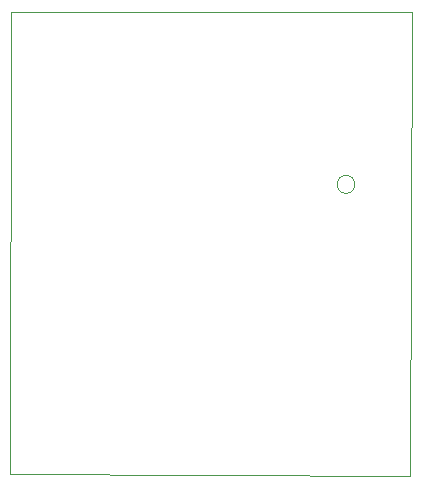
<source format=gm1>
G75*
G70*
%OFA0B0*%
%FSLAX24Y24*%
%IPPOS*%
%LPD*%
%AMOC8*
5,1,8,0,0,1.08239X$1,22.5*
%
%ADD10C,0.0000*%
D10*
X004174Y005016D02*
X004190Y020430D01*
X017560Y020421D01*
X017510Y004935D01*
X004174Y005016D01*
X015061Y014683D02*
X015063Y014717D01*
X015069Y014751D01*
X015079Y014784D01*
X015092Y014815D01*
X015110Y014845D01*
X015130Y014873D01*
X015154Y014898D01*
X015180Y014920D01*
X015208Y014938D01*
X015239Y014954D01*
X015271Y014966D01*
X015305Y014974D01*
X015339Y014978D01*
X015373Y014978D01*
X015407Y014974D01*
X015441Y014966D01*
X015473Y014954D01*
X015503Y014938D01*
X015532Y014920D01*
X015558Y014898D01*
X015582Y014873D01*
X015602Y014845D01*
X015620Y014815D01*
X015633Y014784D01*
X015643Y014751D01*
X015649Y014717D01*
X015651Y014683D01*
X015649Y014649D01*
X015643Y014615D01*
X015633Y014582D01*
X015620Y014551D01*
X015602Y014521D01*
X015582Y014493D01*
X015558Y014468D01*
X015532Y014446D01*
X015504Y014428D01*
X015473Y014412D01*
X015441Y014400D01*
X015407Y014392D01*
X015373Y014388D01*
X015339Y014388D01*
X015305Y014392D01*
X015271Y014400D01*
X015239Y014412D01*
X015208Y014428D01*
X015180Y014446D01*
X015154Y014468D01*
X015130Y014493D01*
X015110Y014521D01*
X015092Y014551D01*
X015079Y014582D01*
X015069Y014615D01*
X015063Y014649D01*
X015061Y014683D01*
M02*

</source>
